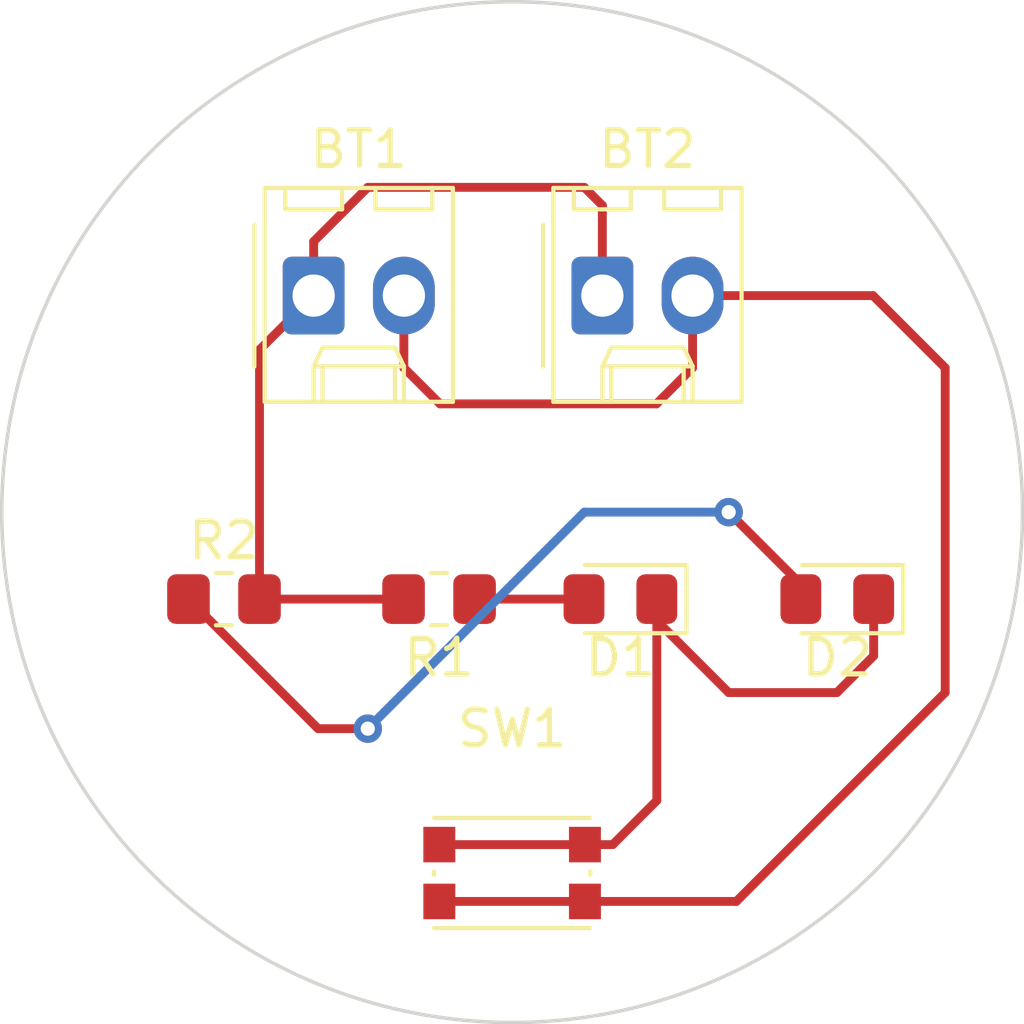
<source format=kicad_pcb>
(kicad_pcb (version 20240108) (generator "pcbnew") (generator_version "8.0")
  (layers (0 "F.Cu" signal) (31 "B.Cu" signal) (34 "B.Paste" user) (35 "F.Paste" user) (36 "B.SilkS" user "B.Silkscreen") (37 "F.SilkS" user "F.Silkscreen") (38 "B.Mask" user) (39 "F.Mask" user) (44 "Edge.Cuts" user))
  (net 0 "")
  (net 1 "Net-(BT1-+)")
  (net 2 "Net-(BT1--)")
  (net 3 "Net-(D1-K)")
  (net 4 "Net-(D1-A)")
  (net 5 "Net-(D2-A)")
  (footprint "LED_SMD:LED_0805_2012Metric_Pad1.15x1.40mm_HandSolder" (layer "F.Cu") (at 135.128 103.032 180)
    (property "Reference" "D1" (at 0 -1.65 0) (layer "F.SilkS"))
    (property "Value" "LED")
    (fp_line (start 1 -0.96) (end -1.86 -0.96) (stroke (width 0.12)) (layer "F.SilkS"))
    (fp_line (start -1.86 0.96) (end 1 0.96) (stroke (width 0.12)) (layer "F.SilkS"))
    (fp_line (start -1.86 -0.96) (end -1.86 0.96) (stroke (width 0.12)) (layer "F.SilkS"))
    (pad "1" smd roundrect (at -1.025 0 180) (size 1.15 1.4) (layers "F.Cu" "F.Paste" "F.Mask") (roundrect_rratio 0.217391) (net 3 "Net-(D1-K)"))
    (pad "2" smd roundrect (at 1.025 0 180) (size 1.15 1.4) (layers "F.Cu" "F.Paste" "F.Mask") (roundrect_rratio 0.217391) (net 4 "Net-(D1-A)"))
  )
  (footprint "Resistor_SMD:R_0805_2012Metric_Pad1.20x1.40mm_HandSolder" (layer "F.Cu") (at 130.023 103.032 180)
    (property "Reference" "R1" (at 0 -1.65 0) (layer "F.SilkS"))
    (property "Value" "R")
    (fp_line (start -0.227064 0.735) (end 0.227064 0.735) (stroke (width 0.12)) (layer "F.SilkS"))
    (fp_line (start -0.227064 -0.735) (end 0.227064 -0.735) (stroke (width 0.12)) (layer "F.SilkS"))
    (pad "1" smd roundrect (at -1 0 180) (size 1.2 1.4) (layers "F.Cu" "F.Paste" "F.Mask") (roundrect_rratio 0.208333) (net 4 "Net-(D1-A)"))
    (pad "2" smd roundrect (at 1 0 180) (size 1.2 1.4) (layers "F.Cu" "F.Paste" "F.Mask") (roundrect_rratio 0.208333) (net 1 "Net-(BT1-+)"))
  )
  (footprint "Connector_Molex:Molex_KK-254_AE-6410-02A_1x02_P2.54mm_Vertical" (layer "F.Cu") (at 134.62 94.488)
    (property "Reference" "BT2" (at 1.27 -4.12 0) (layer "F.SilkS"))
    (property "Value" "Battery_Cell")
    (fp_line (start -1.67 -2) (end -1.67 2) (stroke (width 0.12)) (layer "F.SilkS"))
    (fp_line (start -1.38 -3.03) (end -1.38 2.99) (stroke (width 0.12)) (layer "F.SilkS"))
    (fp_line (start -1.38 2.99) (end 3.92 2.99) (stroke (width 0.12)) (layer "F.SilkS"))
    (fp_line (start -0.8 -3.03) (end -0.8 -2.43) (stroke (width 0.12)) (layer "F.SilkS"))
    (fp_line (start -0.8 -2.43) (end 0.8 -2.43) (stroke (width 0.12)) (layer "F.SilkS"))
    (fp_line (start 0 1.99) (end 0.25 1.46) (stroke (width 0.12)) (layer "F.SilkS"))
    (fp_line (start 0 1.99) (end 2.54 1.99) (stroke (width 0.12)) (layer "F.SilkS"))
    (fp_line (start 0 2.99) (end 0 1.99) (stroke (width 0.12)) (layer "F.SilkS"))
    (fp_line (start 0.25 1.46) (end 2.29 1.46) (stroke (width 0.12)) (layer "F.SilkS"))
    (fp_line (start 0.25 2.99) (end 0.25 1.99) (stroke (width 0.12)) (layer "F.SilkS"))
    (fp_line (start 0.8 -2.43) (end 0.8 -3.03) (stroke (width 0.12)) (layer "F.SilkS"))
    (fp_line (start 1.74 -3.03) (end 1.74 -2.43) (stroke (width 0.12)) (layer "F.SilkS"))
    (fp_line (start 1.74 -2.43) (end 3.34 -2.43) (stroke (width 0.12)) (layer "F.SilkS"))
    (fp_line (start 2.29 1.46) (end 2.54 1.99) (stroke (width 0.12)) (layer "F.SilkS"))
    (fp_line (start 2.29 2.99) (end 2.29 1.99) (stroke (width 0.12)) (layer "F.SilkS"))
    (fp_line (start 2.54 1.99) (end 2.54 2.99) (stroke (width 0.12)) (layer "F.SilkS"))
    (fp_line (start 3.34 -2.43) (end 3.34 -3.03) (stroke (width 0.12)) (layer "F.SilkS"))
    (fp_line (start 3.92 -3.03) (end -1.38 -3.03) (stroke (width 0.12)) (layer "F.SilkS"))
    (fp_line (start 3.92 2.99) (end 3.92 -3.03) (stroke (width 0.12)) (layer "F.SilkS"))
    (pad "1" thru_hole roundrect (at 0 0) (size 1.74 2.19) (drill 1.19) (layers "*.Cu" "*.Mask") (roundrect_rratio 0.143678) (net 1 "Net-(BT1-+)"))
    (pad "2" thru_hole oval (at 2.54 0) (size 1.74 2.19) (drill 1.19) (layers "*.Cu" "*.Mask") (net 2 "Net-(BT1--)"))
  )
  (footprint "LED_SMD:LED_0805_2012Metric_Pad1.15x1.40mm_HandSolder" (layer "F.Cu") (at 141.233 103.032 180)
    (property "Reference" "D2" (at 0 -1.65 0) (layer "F.SilkS"))
    (property "Value" "LED")
    (fp_line (start 1 -0.96) (end -1.86 -0.96) (stroke (width 0.12)) (layer "F.SilkS"))
    (fp_line (start -1.86 0.96) (end 1 0.96) (stroke (width 0.12)) (layer "F.SilkS"))
    (fp_line (start -1.86 -0.96) (end -1.86 0.96) (stroke (width 0.12)) (layer "F.SilkS"))
    (pad "1" smd roundrect (at -1.025 0 180) (size 1.15 1.4) (layers "F.Cu" "F.Paste" "F.Mask") (roundrect_rratio 0.217391) (net 3 "Net-(D1-K)"))
    (pad "2" smd roundrect (at 1.025 0 180) (size 1.15 1.4) (layers "F.Cu" "F.Paste" "F.Mask") (roundrect_rratio 0.217391) (net 5 "Net-(D2-A)"))
  )
  (footprint "Connector_Molex:Molex_KK-254_AE-6410-02A_1x02_P2.54mm_Vertical" (layer "F.Cu") (at 126.492 94.488)
    (property "Reference" "BT1" (at 1.27 -4.12 0) (layer "F.SilkS"))
    (property "Value" "Battery_Cell")
    (fp_line (start -1.67 -2) (end -1.67 2) (stroke (width 0.12)) (layer "F.SilkS"))
    (fp_line (start -1.38 -3.03) (end -1.38 2.99) (stroke (width 0.12)) (layer "F.SilkS"))
    (fp_line (start -1.38 2.99) (end 3.92 2.99) (stroke (width 0.12)) (layer "F.SilkS"))
    (fp_line (start -0.8 -3.03) (end -0.8 -2.43) (stroke (width 0.12)) (layer "F.SilkS"))
    (fp_line (start -0.8 -2.43) (end 0.8 -2.43) (stroke (width 0.12)) (layer "F.SilkS"))
    (fp_line (start 0 1.99) (end 0.25 1.46) (stroke (width 0.12)) (layer "F.SilkS"))
    (fp_line (start 0 1.99) (end 2.54 1.99) (stroke (width 0.12)) (layer "F.SilkS"))
    (fp_line (start 0 2.99) (end 0 1.99) (stroke (width 0.12)) (layer "F.SilkS"))
    (fp_line (start 0.25 1.46) (end 2.29 1.46) (stroke (width 0.12)) (layer "F.SilkS"))
    (fp_line (start 0.25 2.99) (end 0.25 1.99) (stroke (width 0.12)) (layer "F.SilkS"))
    (fp_line (start 0.8 -2.43) (end 0.8 -3.03) (stroke (width 0.12)) (layer "F.SilkS"))
    (fp_line (start 1.74 -3.03) (end 1.74 -2.43) (stroke (width 0.12)) (layer "F.SilkS"))
    (fp_line (start 1.74 -2.43) (end 3.34 -2.43) (stroke (width 0.12)) (layer "F.SilkS"))
    (fp_line (start 2.29 1.46) (end 2.54 1.99) (stroke (width 0.12)) (layer "F.SilkS"))
    (fp_line (start 2.29 2.99) (end 2.29 1.99) (stroke (width 0.12)) (layer "F.SilkS"))
    (fp_line (start 2.54 1.99) (end 2.54 2.99) (stroke (width 0.12)) (layer "F.SilkS"))
    (fp_line (start 3.34 -2.43) (end 3.34 -3.03) (stroke (width 0.12)) (layer "F.SilkS"))
    (fp_line (start 3.92 -3.03) (end -1.38 -3.03) (stroke (width 0.12)) (layer "F.SilkS"))
    (fp_line (start 3.92 2.99) (end 3.92 -3.03) (stroke (width 0.12)) (layer "F.SilkS"))
    (pad "1" thru_hole roundrect (at 0 0) (size 1.74 2.19) (drill 1.19) (layers "*.Cu" "*.Mask") (roundrect_rratio 0.143678) (net 1 "Net-(BT1-+)"))
    (pad "2" thru_hole oval (at 2.54 0) (size 1.74 2.19) (drill 1.19) (layers "*.Cu" "*.Mask") (net 2 "Net-(BT1--)"))
  )
  (footprint "Button_Switch_SMD:SW_Push_1P1T_NO_CK_KMR2" (layer "F.Cu") (at 132.08 110.744)
    (property "Reference" "SW1" (at 0 -4.066 0) (layer "F.SilkS"))
    (property "Value" "SW_Push")
    (fp_line (start -2.2 0.05) (end -2.2 -0.05) (stroke (width 0.12)) (layer "F.SilkS"))
    (fp_line (start -2.2 1.55) (end 2.2 1.55) (stroke (width 0.12)) (layer "F.SilkS"))
    (fp_line (start 2.2 -1.55) (end -2.2 -1.55) (stroke (width 0.12)) (layer "F.SilkS"))
    (fp_line (start 2.2 0.05) (end 2.2 -0.05) (stroke (width 0.12)) (layer "F.SilkS"))
    (pad "1" smd rect (at -2.05 -0.8) (size 0.9 1) (layers "F.Cu" "F.Paste" "F.Mask") (net 3 "Net-(D1-K)"))
    (pad "1" smd rect (at 2.05 -0.8) (size 0.9 1) (layers "F.Cu" "F.Paste" "F.Mask") (net 3 "Net-(D1-K)"))
    (pad "2" smd rect (at -2.05 0.8) (size 0.9 1) (layers "F.Cu" "F.Paste" "F.Mask") (net 2 "Net-(BT1--)"))
    (pad "2" smd rect (at 2.05 0.8) (size 0.9 1) (layers "F.Cu" "F.Paste" "F.Mask") (net 2 "Net-(BT1--)"))
  )
  (footprint "Resistor_SMD:R_0805_2012Metric_Pad1.20x1.40mm_HandSolder" (layer "F.Cu") (at 123.968 103.032)
    (property "Reference" "R2" (at 0 -1.65 0) (layer "F.SilkS"))
    (property "Value" "R")
    (fp_line (start -0.227064 -0.735) (end 0.227064 -0.735) (stroke (width 0.12)) (layer "F.SilkS"))
    (fp_line (start -0.227064 0.735) (end 0.227064 0.735) (stroke (width 0.12)) (layer "F.SilkS"))
    (pad "1" smd roundrect (at -1 0) (size 1.2 1.4) (layers "F.Cu" "F.Paste" "F.Mask") (roundrect_rratio 0.208333) (net 5 "Net-(D2-A)"))
    (pad "2" smd roundrect (at 1 0) (size 1.2 1.4) (layers "F.Cu" "F.Paste" "F.Mask") (roundrect_rratio 0.208333) (net 1 "Net-(BT1-+)"))
  )
  (gr_circle (center 132.08 100.584) (end 146.304 102.616) (stroke (width 0.1)) (fill none) (layer "Edge.Cuts"))
  (segment (start 129.023 103.032) (end 124.968 103.032) (width 0.25) (layer "F.Cu") (net 1))
  (segment (start 124.968 103.032) (end 124.968 96.012) (width 0.25) (layer "F.Cu") (net 1))
  (segment (start 126.492 92.964) (end 126.492 94.488) (width 0.25) (layer "F.Cu") (net 1))
  (segment (start 134.62 94.488) (end 134.62 91.948) (width 0.25) (layer "F.Cu") (net 1))
  (segment (start 124.968 96.012) (end 126.492 94.488) (width 0.25) (layer "F.Cu") (net 1))
  (segment (start 128.016 91.44) (end 126.492 92.964) (width 0.25) (layer "F.Cu") (net 1))
  (segment (start 134.112 91.44) (end 128.016 91.44) (width 0.25) (layer "F.Cu") (net 1))
  (segment (start 134.62 91.948) (end 134.112 91.44) (width 0.25) (layer "F.Cu") (net 1))
  (segment (start 137.16 94.488) (end 142.24 94.488) (width 0.25) (layer "F.Cu") (net 2))
  (segment (start 144.272 96.52) (end 144.272 105.664) (width 0.25) (layer "F.Cu") (net 2))
  (segment (start 138.392 111.544) (end 144.272 105.664) (width 0.25) (layer "F.Cu") (net 2))
  (segment (start 129.032 96.52) (end 130.048 97.536) (width 0.25) (layer "F.Cu") (net 2))
  (segment (start 136.144 97.536) (end 137.16 96.52) (width 0.25) (layer "F.Cu") (net 2))
  (segment (start 142.24 94.488) (end 144.272 96.52) (width 0.25) (layer "F.Cu") (net 2))
  (segment (start 134.13 111.544) (end 130.03 111.544) (width 0.25) (layer "F.Cu") (net 2))
  (segment (start 130.048 97.536) (end 136.144 97.536) (width 0.25) (layer "F.Cu") (net 2))
  (segment (start 137.16 96.52) (end 137.16 94.488) (width 0.25) (layer "F.Cu") (net 2))
  (segment (start 129.032 94.488) (end 129.032 96.52) (width 0.25) (layer "F.Cu") (net 2))
  (segment (start 134.13 111.544) (end 138.392 111.544) (width 0.25) (layer "F.Cu") (net 2))
  (segment (start 136.153 103.032) (end 136.153 108.703) (width 0.25) (layer "F.Cu") (net 3))
  (segment (start 136.153 103.641) (end 136.153 103.032) (width 0.25) (layer "F.Cu") (net 3))
  (segment (start 134.912 109.944) (end 134.13 109.944) (width 0.25) (layer "F.Cu") (net 3))
  (segment (start 142.258 103.032) (end 142.258 104.63) (width 0.25) (layer "F.Cu") (net 3))
  (segment (start 136.153 108.703) (end 134.912 109.944) (width 0.25) (layer "F.Cu") (net 3))
  (segment (start 141.224 105.664) (end 138.176 105.664) (width 0.25) (layer "F.Cu") (net 3))
  (segment (start 138.176 105.664) (end 136.153 103.641) (width 0.25) (layer "F.Cu") (net 3))
  (segment (start 130.03 109.944) (end 134.13 109.944) (width 0.25) (layer "F.Cu") (net 3))
  (segment (start 142.258 104.63) (end 141.224 105.664) (width 0.25) (layer "F.Cu") (net 3))
  (segment (start 131.023 103.032) (end 134.103 103.032) (width 0.25) (layer "F.Cu") (net 4))
  (segment (start 140.208 102.616) (end 138.176 100.584) (width 0.25) (layer "F.Cu") (net 5))
  (segment (start 126.616 106.68) (end 128.016 106.68) (width 0.25) (layer "F.Cu") (net 5))
  (segment (start 122.968 103.032) (end 126.616 106.68) (width 0.25) (layer "F.Cu") (net 5))
  (segment (start 140.208 103.032) (end 140.208 102.616) (width 0.25) (layer "F.Cu") (net 5))
  (via (at 138.176 100.584) (size 0.8) (drill 0.4) (layers "F.Cu" "B.Cu") (net 5))
  (via (at 128.016 106.68) (size 0.8) (drill 0.4) (layers "F.Cu" "B.Cu") (net 5))
  (segment (start 128.016 106.68) (end 134.112 100.584) (width 0.25) (layer "B.Cu") (net 5))
  (segment (start 134.112 100.584) (end 138.176 100.584) (width 0.25) (layer "B.Cu") (net 5))
)
</source>
